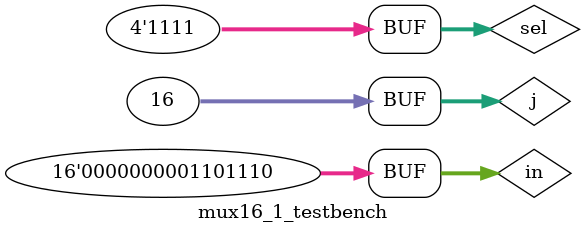
<source format=sv>

module mux16_1 (in, sel, out);
	input logic [15:0] in;
	input logic [3:0] sel;
	output logic out;
	
	wire [3:0] w;
	
	mux4_1 m0 (.i00(in[0]), .i01(in[1]), .i10(in[2]), .i11(in[3]), .sel(sel[1:0]), .out(w[0]));
	mux4_1 m1 (.i00(in[4]), .i01(in[5]), .i10(in[6]), .i11(in[7]), .sel(sel[1:0]), .out(w[1]));
	mux4_1 m2 (.i00(in[8]), .i01(in[9]), .i10(in[10]), .i11(in[11]), .sel(sel[1:0]), .out(w[2]));
	mux4_1 m3 (.i00(in[12]), .i01(in[13]), .i10(in[14]), .i11(in[15]), .sel(sel[1:0]), .out(w[3]));
	mux4_1 m4 (.i00(w[0]), .i01(w[1]), .i10(w[2]), .i11(w[3]), .sel(sel[3:2]), .out(out));
	
endmodule

module mux16_1_testbench();
	logic [15:0] in;
	logic [3:0] sel;
	logic out;
	
	mux16_1 dut (.in, .sel, .out);
	
	assign in = 8'b01101110;
	integer j;
	initial begin
		for(j=0; j<16; j++) begin // loop through all 8 possible patterns
			{sel[3], sel[2], sel[1], sel[0]} = j; #1000;
		end
	end
endmodule
</source>
